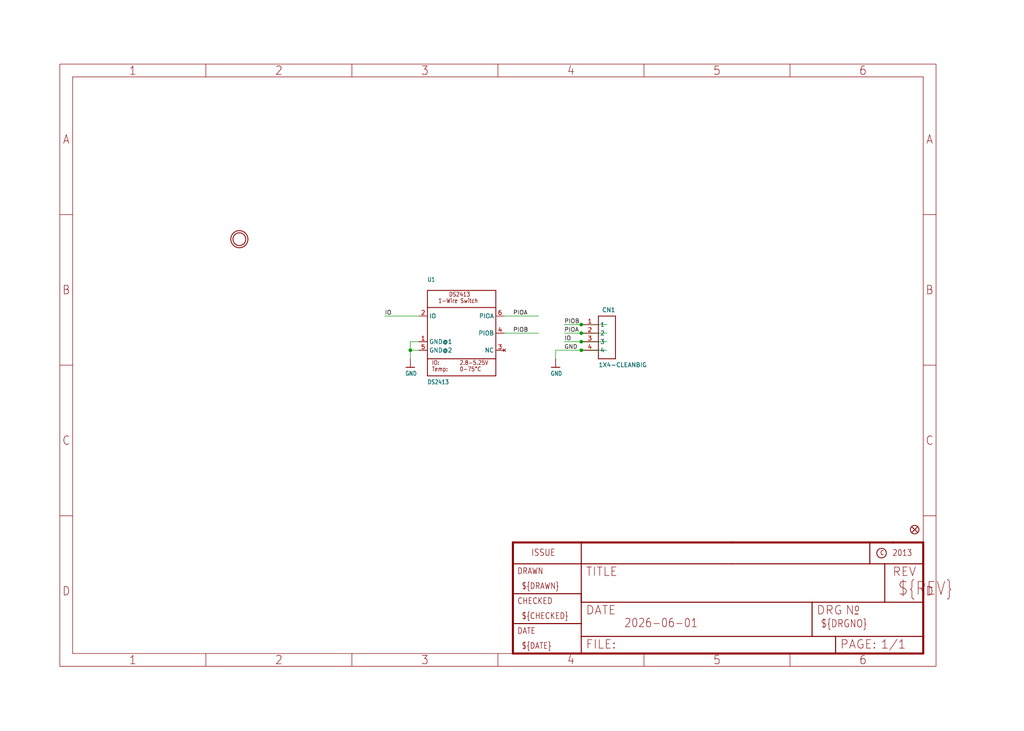
<source format=kicad_sch>
(kicad_sch (version 20230121) (generator eeschema)
  (paper "User" 304.267 217.322)
  (lib_symbols
    (symbol "working-eagle-import:1X4-CLEANBIG"
      (property "Reference" "CN" (at 5.08 7.62 0))
      (symbol "1X4-CLEANBIG_1_0"
        (polyline (pts (xy 0 -7.62) (xy 0 5.08)) (stroke (width 0.254)))
        (polyline (pts (xy 0 5.08) (xy 5.08 5.08)) (stroke (width 0.254)))
        (polyline (pts (xy 5.08 -7.62) (xy 0 -7.62)) (stroke (width 0.254)))
        (polyline (pts (xy 5.08 5.08) (xy 5.08 -7.62)) (stroke (width 0.254)))
        (pin bidirectional line (at -5.08 2.54 0) (length 5.08) (name "1") (number "1"))
        (pin bidirectional line (at -5.08 0 0) (length 5.08) (name "2") (number "2"))
        (pin bidirectional line (at -5.08 -2.54 0) (length 5.08) (name "3") (number "3"))
        (pin bidirectional line (at -5.08 -5.08 0) (length 5.08) (name "4") (number "4"))
      )
    )
    (symbol "working-eagle-import:DS2413TSOC"
      (property "Reference" "U" (at -10.16 15.24 0))
      (symbol "DS2413TSOC_1_0"
        (polyline (pts (xy -10.16 -12.7) (xy 10.16 -12.7)) (stroke (width 0.254)))
        (polyline (pts (xy -10.16 -7.62) (xy -10.16 -12.7)) (stroke (width 0.254)))
        (polyline (pts (xy -10.16 -7.62) (xy -10.16 7.62)) (stroke (width 0.254)))
        (polyline (pts (xy -10.16 7.62) (xy -10.16 12.7)) (stroke (width 0.254)))
        (polyline (pts (xy -10.16 7.62) (xy 10.16 7.62)) (stroke (width 0.254)))
        (polyline (pts (xy -10.16 12.7) (xy 10.16 12.7)) (stroke (width 0.254)))
        (polyline (pts (xy 10.16 -12.7) (xy 10.16 -7.62)) (stroke (width 0.254)))
        (polyline (pts (xy 10.16 -7.62) (xy -10.16 -7.62)) (stroke (width 0.254)))
        (polyline (pts (xy 10.16 7.62) (xy 10.16 -7.62)) (stroke (width 0.254)))
        (polyline (pts (xy 10.16 12.7) (xy 10.16 7.62)) (stroke (width 0.254)))
        (text "0-75°C" (at -0.635 -11.43 0) (effects (font (size 1.27 1.0795)) (justify left bottom)))
        (text "1-Wire Switch" (at -6.985 8.89 0) (effects (font (size 1.27 1.0795)) (justify left bottom)))
        (text "2.8-5.25V" (at -0.635 -9.525 0) (effects (font (size 1.27 1.0795)) (justify left bottom)))
        (text "DS2413" (at -3.81 10.795 0) (effects (font (size 1.27 1.0795)) (justify left bottom)))
        (text "IO:" (at -8.89 -9.525 0) (effects (font (size 1.27 1.0795)) (justify left bottom)))
        (text "Temp:" (at -8.89 -11.43 0) (effects (font (size 1.27 1.0795)) (justify left bottom)))
        (pin power_in line (at -12.7 -2.54 0) (length 2.54) (name "GND@1") (number "1"))
        (pin bidirectional line (at -12.7 5.08 0) (length 2.54) (name "IO") (number "2"))
        (pin no_connect line (at 12.7 -5.08 180) (length 2.54) (name "NC") (number "3"))
        (pin bidirectional line (at 12.7 0 180) (length 2.54) (name "PIOB") (number "4"))
        (pin power_in line (at -12.7 -5.08 0) (length 2.54) (name "GND@2") (number "5"))
        (pin bidirectional line (at 12.7 5.08 180) (length 2.54) (name "PIOA") (number "6"))
      )
    )
    (symbol "working-eagle-import:FIDUCIAL{dblquote}{dblquote}"
      (symbol "FIDUCIAL{dblquote}{dblquote}_1_0"
        (polyline (pts (xy -0.762 0.762) (xy 0.762 -0.762)) (stroke (width 0.254)))
        (polyline (pts (xy 0.762 0.762) (xy -0.762 -0.762)) (stroke (width 0.254)))
        (circle (center 0 0) (radius 1.27) (stroke (width 0.254)))
      )
    )
    (symbol "working-eagle-import:FRAME_A4"
      (symbol "FRAME_A4_1_0"
        (polyline (pts (xy 0 44.7675) (xy 3.81 44.7675)))
        (polyline (pts (xy 0 89.535) (xy 3.81 89.535)))
        (polyline (pts (xy 0 134.3025) (xy 3.81 134.3025)))
        (polyline (pts (xy 3.81 3.81) (xy 3.81 175.26)))
        (polyline (pts (xy 43.3917 0) (xy 43.3917 3.81)))
        (polyline (pts (xy 43.3917 175.26) (xy 43.3917 179.07)))
        (polyline (pts (xy 86.7833 0) (xy 86.7833 3.81)))
        (polyline (pts (xy 86.7833 175.26) (xy 86.7833 179.07)))
        (polyline (pts (xy 130.175 0) (xy 130.175 3.81)))
        (polyline (pts (xy 130.175 175.26) (xy 130.175 179.07)))
        (polyline (pts (xy 173.5667 0) (xy 173.5667 3.81)))
        (polyline (pts (xy 173.5667 175.26) (xy 173.5667 179.07)))
        (polyline (pts (xy 216.9583 0) (xy 216.9583 3.81)))
        (polyline (pts (xy 216.9583 175.26) (xy 216.9583 179.07)))
        (polyline (pts (xy 256.54 3.81) (xy 3.81 3.81)))
        (polyline (pts (xy 256.54 3.81) (xy 256.54 8.89)) (stroke (width 0.1016)))
        (polyline (pts (xy 256.54 3.81) (xy 256.54 175.26)))
        (polyline (pts (xy 256.54 8.89) (xy 256.54 13.97)) (stroke (width 0.1016)))
        (polyline (pts (xy 256.54 13.97) (xy 256.54 19.05)) (stroke (width 0.1016)))
        (polyline (pts (xy 256.54 19.05) (xy 256.54 36.83)) (stroke (width 0.1016)))
        (polyline (pts (xy 256.54 44.7675) (xy 260.35 44.7675)))
        (polyline (pts (xy 256.54 89.535) (xy 260.35 89.535)))
        (polyline (pts (xy 256.54 134.3025) (xy 260.35 134.3025)))
        (polyline (pts (xy 256.54 175.26) (xy 3.81 175.26)))
        (polyline (pts (xy 0 0) (xy 260.35 0) (xy 260.35 179.07) (xy 0 179.07) (xy 0 0)))
        (text "1" (at 21.6958 1.905 0) (effects (font (size 2.54 2.286))))
        (text "1" (at 21.6958 177.165 0) (effects (font (size 2.54 2.286))))
        (text "2" (at 65.0875 1.905 0) (effects (font (size 2.54 2.286))))
        (text "2" (at 65.0875 177.165 0) (effects (font (size 2.54 2.286))))
        (text "3" (at 108.4792 1.905 0) (effects (font (size 2.54 2.286))))
        (text "3" (at 108.4792 177.165 0) (effects (font (size 2.54 2.286))))
        (text "4" (at 151.8708 1.905 0) (effects (font (size 2.54 2.286))))
        (text "4" (at 151.8708 177.165 0) (effects (font (size 2.54 2.286))))
        (text "5" (at 195.2625 1.905 0) (effects (font (size 2.54 2.286))))
        (text "5" (at 195.2625 177.165 0) (effects (font (size 2.54 2.286))))
        (text "6" (at 238.6542 1.905 0) (effects (font (size 2.54 2.286))))
        (text "6" (at 238.6542 177.165 0) (effects (font (size 2.54 2.286))))
        (text "A" (at 1.905 156.6863 0) (effects (font (size 2.54 2.286))))
        (text "A" (at 258.445 156.6863 0) (effects (font (size 2.54 2.286))))
        (text "B" (at 1.905 111.9188 0) (effects (font (size 2.54 2.286))))
        (text "B" (at 258.445 111.9188 0) (effects (font (size 2.54 2.286))))
        (text "C" (at 1.905 67.1513 0) (effects (font (size 2.54 2.286))))
        (text "C" (at 258.445 67.1513 0) (effects (font (size 2.54 2.286))))
        (text "D" (at 1.905 22.3838 0) (effects (font (size 2.54 2.286))))
        (text "D" (at 258.445 22.3838 0) (effects (font (size 2.54 2.286))))
      )
      (symbol "FRAME_A4_2_0"
        (polyline (pts (xy 1.27 -6.35) (xy 1.27 0)) (stroke (width 0.1016)))
        (polyline (pts (xy 1.27 0) (xy 82.55 0)) (stroke (width 0.1016)))
        (polyline (pts (xy 82.55 -6.35) (xy 1.27 -6.35)) (stroke (width 0.1016)))
        (polyline (pts (xy 82.55 0) (xy 82.55 -6.35)) (stroke (width 0.1016)))
        (text "PART OR WHOLE IS STRICTLY PROHIBITED WITHOUT WRITTEN PERMISSION!" (at 3.81 -5.08 0) (effects (font (size 1.27 1.0795)) (justify left bottom)))
        (text "PROPRIETARY" (at 3.81 -10.16 0) (effects (font (size 2.54 2.159) (thickness 0.4318) bold) (justify left bottom)))
        (text "THIS DRAWING CONTAINS CONFIDENTIAL INFORMATION. ANY REPRODUCTION IN" (at 3.81 -2.794 0) (effects (font (size 1.27 1.0795)) (justify left bottom)))
      )
      (symbol "FRAME_A4_3_0"
        (polyline (pts (xy 0 1.27) (xy 20.32 1.27)) (stroke (width 0.6096)))
        (polyline (pts (xy 0 10.16) (xy 0 1.27)) (stroke (width 0.6096)))
        (polyline (pts (xy 0 10.16) (xy 20.32 10.16)) (stroke (width 0.3048)))
        (polyline (pts (xy 0 19.05) (xy 0 10.16)) (stroke (width 0.6096)))
        (polyline (pts (xy 0 19.05) (xy 20.32 19.05)) (stroke (width 0.3048)))
        (polyline (pts (xy 0 27.94) (xy 0 19.05)) (stroke (width 0.6096)))
        (polyline (pts (xy 0 27.94) (xy 20.32 27.94)) (stroke (width 0.3048)))
        (polyline (pts (xy 0 34.29) (xy 0 27.94)) (stroke (width 0.6096)))
        (polyline (pts (xy 20.32 1.27) (xy 20.32 6.35)) (stroke (width 0.3048)))
        (polyline (pts (xy 20.32 1.27) (xy 95.885 1.27)) (stroke (width 0.6096)))
        (polyline (pts (xy 20.32 6.35) (xy 20.32 10.16)) (stroke (width 0.3048)))
        (polyline (pts (xy 20.32 6.35) (xy 88.9 6.35)) (stroke (width 0.3048)))
        (polyline (pts (xy 20.32 10.16) (xy 20.32 19.05)) (stroke (width 0.3048)))
        (polyline (pts (xy 20.32 16.51) (xy 20.32 19.05)) (stroke (width 0.3048)))
        (polyline (pts (xy 20.32 19.05) (xy 20.32 27.94)) (stroke (width 0.3048)))
        (polyline (pts (xy 20.32 27.94) (xy 20.32 34.29)) (stroke (width 0.3048)))
        (polyline (pts (xy 20.32 27.94) (xy 65.0875 27.94)) (stroke (width 0.3048)))
        (polyline (pts (xy 20.32 34.29) (xy 0 34.29)) (stroke (width 0.6096)))
        (polyline (pts (xy 65.0875 27.94) (xy 106.045 27.94)) (stroke (width 0.3048)))
        (polyline (pts (xy 65.0875 34.29) (xy 20.32 34.29)) (stroke (width 0.6096)))
        (polyline (pts (xy 88.9 6.35) (xy 95.885 6.35)) (stroke (width 0.3048)))
        (polyline (pts (xy 88.9 16.51) (xy 20.32 16.51)) (stroke (width 0.3048)))
        (polyline (pts (xy 88.9 16.51) (xy 88.9 6.35)) (stroke (width 0.3048)))
        (polyline (pts (xy 95.885 1.27) (xy 121.92 1.27)) (stroke (width 0.6096)))
        (polyline (pts (xy 95.885 6.35) (xy 95.885 1.27)) (stroke (width 0.3048)))
        (polyline (pts (xy 95.885 6.35) (xy 121.92 6.35)) (stroke (width 0.3048)))
        (polyline (pts (xy 101.6 13.0175) (xy 102.5525 13.0175)) (stroke (width 0.254)))
        (polyline (pts (xy 106.045 27.94) (xy 106.045 34.29)) (stroke (width 0.3048)))
        (polyline (pts (xy 106.045 27.94) (xy 110.49 27.94)) (stroke (width 0.3048)))
        (polyline (pts (xy 106.045 34.29) (xy 65.0875 34.29)) (stroke (width 0.6096)))
        (polyline (pts (xy 110.49 16.51) (xy 88.9 16.51)) (stroke (width 0.3048)))
        (polyline (pts (xy 110.49 27.94) (xy 110.49 16.51)) (stroke (width 0.3048)))
        (polyline (pts (xy 110.49 27.94) (xy 113.03 27.94)) (stroke (width 0.3048)))
        (polyline (pts (xy 113.03 27.94) (xy 121.92 27.94)) (stroke (width 0.3048)))
        (polyline (pts (xy 113.03 34.29) (xy 106.045 34.29)) (stroke (width 0.6096)))
        (polyline (pts (xy 121.92 6.35) (xy 121.92 1.27)) (stroke (width 0.6096)))
        (polyline (pts (xy 121.92 16.51) (xy 110.49 16.51)) (stroke (width 0.3048)))
        (polyline (pts (xy 121.92 16.51) (xy 121.92 6.35)) (stroke (width 0.6096)))
        (polyline (pts (xy 121.92 27.94) (xy 121.92 16.51)) (stroke (width 0.6096)))
        (polyline (pts (xy 121.92 34.29) (xy 113.03 34.29)) (stroke (width 0.6096)))
        (polyline (pts (xy 121.92 34.29) (xy 121.92 27.94)) (stroke (width 0.6096)))
        (circle (center 109.5375 31.115) (radius 1.4199) (stroke (width 0.254)))
        (text "${#}/${##}" (at 109.22 2.54 0) (effects (font (size 2.54 2.54)) (justify left bottom)))
        (text "${CHECKED}" (at 2.54 11.43 0) (effects (font (size 1.778 1.5113)) (justify left bottom)))
        (text "${COMPANY}" (at 23.6538 29.3687 0) (effects (font (size 3.175 2.6987) (thickness 0.5397) bold) (justify left bottom)))
        (text "${CURRENT_DATE}" (at 33.02 8.89 0) (effects (font (size 2.54 2.159)) (justify left bottom)))
        (text "${DATE}" (at 2.54 2.54 0) (effects (font (size 1.778 1.5113)) (justify left bottom)))
        (text "${DRAWN}" (at 2.54 20.32 0) (effects (font (size 1.778 1.5113)) (justify left bottom)))
        (text "${DRGNO}" (at 91.44 8.89 0) (effects (font (size 2.1844 1.8567)) (justify left bottom)))
        (text "${PROJECTNAME}" (at 33.3375 2.54 0) (effects (font (size 2.54 2.159)) (justify left bottom)))
        (text "${REV}" (at 114.3 18.415 0) (effects (font (size 3.81 3.2385)) (justify left bottom)))
        (text "2013" (at 112.7125 30.1625 0) (effects (font (size 1.778 1.5113)) (justify left bottom)))
        (text "C" (at 109.0612 30.48 0) (effects (font (size 1.27 1.0795)) (justify left bottom)))
        (text "CHECKED" (at 1.27 15.875 0) (effects (font (size 1.778 1.5113)) (justify left bottom)))
        (text "DATE" (at 1.27 6.985 0) (effects (font (size 1.778 1.5113)) (justify left bottom)))
        (text "DATE" (at 21.59 12.7 0) (effects (font (size 2.54 2.54)) (justify left bottom)))
        (text "DRAWN" (at 1.27 24.765 0) (effects (font (size 1.778 1.5113)) (justify left bottom)))
        (text "DRG" (at 90.17 12.7 0) (effects (font (size 2.54 2.54)) (justify left bottom)))
        (text "FILE:" (at 21.59 2.54 0) (effects (font (size 2.54 2.54)) (justify left bottom)))
        (text "ISSUE" (at 5.3975 30.1625 0) (effects (font (size 1.9304 1.6408)) (justify left bottom)))
        (text "N" (at 98.7425 12.7 0) (effects (font (size 2.54 2.54)) (justify left bottom)))
        (text "o" (at 101.2825 13.6525 0) (effects (font (size 2.1844 1.8567)) (justify left bottom)))
        (text "PAGE:" (at 97.155 2.54 0) (effects (font (size 2.54 2.54)) (justify left bottom)))
        (text "REV" (at 112.7125 24.13 0) (effects (font (size 2.54 2.54)) (justify left bottom)))
        (text "TITLE" (at 21.59 24.13 0) (effects (font (size 2.54 2.54)) (justify left bottom)))
      )
    )
    (symbol "working-eagle-import:GND" (power)
      (property "Value" "GND" (at -1.524 -2.54 0))
      (symbol "GND_1_0"
        (polyline (pts (xy -1.27 0) (xy 1.27 0)) (stroke (width 0.254)))
        (pin power_in line (at 0 2.54 270) (length 2.54) (name "GND") (number "1"))
      )
    )
    (symbol "working-eagle-import:MOUNTINGHOLE2.5"
      (symbol "MOUNTINGHOLE2.5_1_0"
        (circle (center 0 0) (radius 1.905) (stroke (width 0.254)))
        (circle (center 0 0) (radius 2.54) (stroke (width 0.254)))
      )
    )
  )
  (junction (at 172.72 101.6))
  (junction (at 172.72 99.06))
  (junction (at 172.72 104.14))
  (junction (at 172.72 96.52))
  (junction (at 121.92 104.14))
  (wire (pts (xy 172.72 99.06) (xy 167.64 99.06)) (stroke (width 0.1524)))
  (wire (pts (xy 172.72 101.6) (xy 167.64 101.6)) (stroke (width 0.1524)))
  (wire (pts (xy 180.34 101.6) (xy 172.72 101.6)) (stroke (width 0.1524)))
  (wire (pts (xy 180.34 96.52) (xy 172.72 96.52)) (stroke (width 0.1524)))
  (wire (pts (xy 172.72 104.14) (xy 180.34 104.14)) (stroke (width 0.1524)))
  (wire (pts (xy 165.1 104.14) (xy 172.72 104.14)) (stroke (width 0.1524)))
  (wire (pts (xy 124.46 101.6) (xy 121.92 101.6)) (stroke (width 0.1524)))
  (wire (pts (xy 121.92 104.14) (xy 121.92 106.68)) (stroke (width 0.1524)))
  (wire (pts (xy 180.34 99.06) (xy 172.72 99.06)) (stroke (width 0.1524)))
  (wire (pts (xy 165.1 104.14) (xy 165.1 106.68)) (stroke (width 0.1524)))
  (wire (pts (xy 121.92 101.6) (xy 121.92 104.14)) (stroke (width 0.1524)))
  (wire (pts (xy 149.86 99.06) (xy 160.02 99.06)) (stroke (width 0.1524)))
  (wire (pts (xy 124.46 93.98) (xy 114.3 93.98)) (stroke (width 0.1524)))
  (wire (pts (xy 124.46 104.14) (xy 121.92 104.14)) (stroke (width 0.1524)))
  (wire (pts (xy 172.72 96.52) (xy 167.64 96.52)) (stroke (width 0.1524)))
  (wire (pts (xy 149.86 93.98) (xy 160.02 93.98)) (stroke (width 0.1524)))
  (label "PIOA" (at 152.4 93.98 0) (effects (font (size 1.2446 1.2446))))
  (label "IO" (at 167.64 101.6 0) (effects (font (size 1.2446 1.2446))))
  (label "GND" (at 167.64 104.14 0) (effects (font (size 1.2446 1.2446))))
  (label "IO" (at 114.3 93.98 0) (effects (font (size 1.2446 1.2446))))
  (label "PIOA" (at 167.64 99.06 0) (effects (font (size 1.2446 1.2446))))
  (label "PIOB" (at 167.64 96.52 0) (effects (font (size 1.2446 1.2446))))
  (label "PIOB" (at 152.4 99.06 0) (effects (font (size 1.2446 1.2446))))
  (symbol (lib_id "working-eagle-import:1X4-CLEANBIG") (at 177.8 99.06 0) (unit 1)
    (property "Reference" "CN1" (at 182.88 91.44 0) (effects (justify right top)))
    (property "Value" "1X4-CLEANBIG" (at 177.8 109.22 0) (effects (justify left bottom)))
    (property "Footprint" "working:1X04-CLEANBIG" (effects hide))
  )
  (symbol (lib_id "working-eagle-import:FRAME_A4") (at 152.4 195.58 0) (unit 3)
    (property "Reference" "#FRAME1" (effects hide))
    (property "Value" "FRAME_A4" (effects hide))
  )
  (symbol (lib_id "working-eagle-import:MOUNTINGHOLE2.5") (at 71.12 71.12 0) (unit 1)
    (property "Reference" "U$4" (effects hide))
    (property "Value" "MOUNTINGHOLE2.5" (effects hide))
    (property "Footprint" "working:MOUNTINGHOLE_2.5_PLATED" (effects hide))
  )
  (symbol (lib_id "working-eagle-import:DS2413TSOC") (at 137.16 99.06 0) (unit 1)
    (property "Reference" "U1" (at 127 83.82 0) (effects (font (size 1.27 1.0795)) (justify left bottom)))
    (property "Value" "DS2413" (at 127 114.3 0) (effects (font (size 1.27 1.0795)) (justify left bottom)))
    (property "Footprint" "working:DS2413_TSOC6L" (effects hide))
  )
  (symbol (lib_id "working-eagle-import:GND") (at 165.1 109.22 0) (unit 1)
    (property "Reference" "#U$2" (effects hide))
    (property "Value" "GND" (at 163.576 111.76 0) (effects (font (size 1.27 1.0795)) (justify left bottom)))
  )
  (symbol (lib_id "working-eagle-import:FRAME_A4") (at 17.78 198.12 0) (unit 1)
    (property "Reference" "#FRAME1" (effects hide))
    (property "Value" "FRAME_A4" (effects hide))
  )
  (symbol (lib_id "working-eagle-import:GND") (at 121.92 109.22 0) (unit 1)
    (property "Reference" "#U$1" (effects hide))
    (property "Value" "GND" (at 120.396 111.76 0) (effects (font (size 1.27 1.0795)) (justify left bottom)))
  )
  (symbol (lib_id "working-eagle-import:FIDUCIAL{dblquote}{dblquote}") (at 271.78 157.48 0) (unit 1)
    (property "Reference" "FID1" (effects hide))
    (property "Value" "FIDUCIAL{dblquote}{dblquote}" (effects hide))
    (property "Footprint" "working:FIDUCIAL_1MM" (effects hide))
  )
)
</source>
